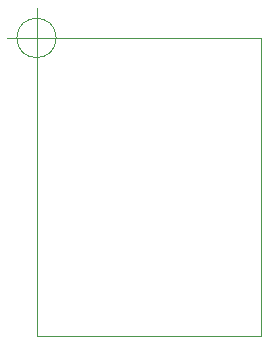
<source format=gbr>
G04 #@! TF.GenerationSoftware,KiCad,Pcbnew,5.1.4+dfsg1-1*
G04 #@! TF.CreationDate,2020-09-03T16:06:36+02:00*
G04 #@! TF.ProjectId,FPC_INVERTER,4650435f-494e-4564-9552-5445522e6b69,rev?*
G04 #@! TF.SameCoordinates,PX5095e20PY1312d00*
G04 #@! TF.FileFunction,Profile,NP*
%FSLAX46Y46*%
G04 Gerber Fmt 4.6, Leading zero omitted, Abs format (unit mm)*
G04 Created by KiCad (PCBNEW 5.1.4+dfsg1-1) date 2020-09-03 16:06:36*
%MOMM*%
%LPD*%
G04 APERTURE LIST*
%ADD10C,0.100000*%
G04 APERTURE END LIST*
D10*
X0Y-25250000D02*
X0Y-25000000D01*
X19000000Y-25250000D02*
X0Y-25250000D01*
X19000000Y-25000000D02*
X19000000Y-25250000D01*
X1666666Y0D02*
G75*
G03X1666666Y0I-1666666J0D01*
G01*
X-2500000Y0D02*
X2500000Y0D01*
X0Y2500000D02*
X0Y-2500000D01*
X0Y-25000000D02*
X0Y0D01*
X19000000Y0D02*
X19000000Y-25000000D01*
X0Y0D02*
X19000000Y0D01*
M02*

</source>
